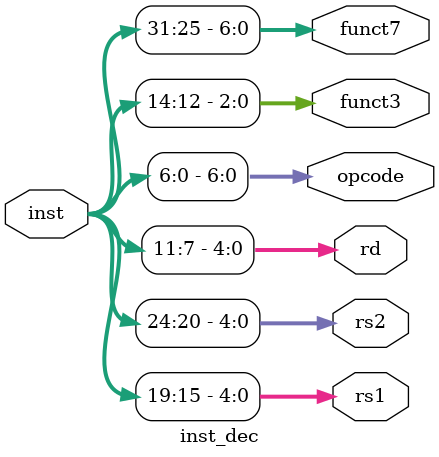
<source format=sv>
module inst_dec 
(
    input  logic [31:0] inst,
    output logic [ 4:0] rs1,
    output logic [ 4:0] rs2,
    output logic [ 4:0] rd,
    output logic [ 6:0] opcode,
    output logic [ 2:0] funct3,
    output logic [ 6:0] funct7
);
    // to register file
    assign rd     = inst[11: 7];
    assign rs1    = inst[19:15];
    assign rs2    = inst[24:20];
    
    // to control unit
    assign opcode = inst[ 6: 0];
    assign funct3 = inst[14:12];
    assign funct7 = inst[31:25];

endmodule
</source>
